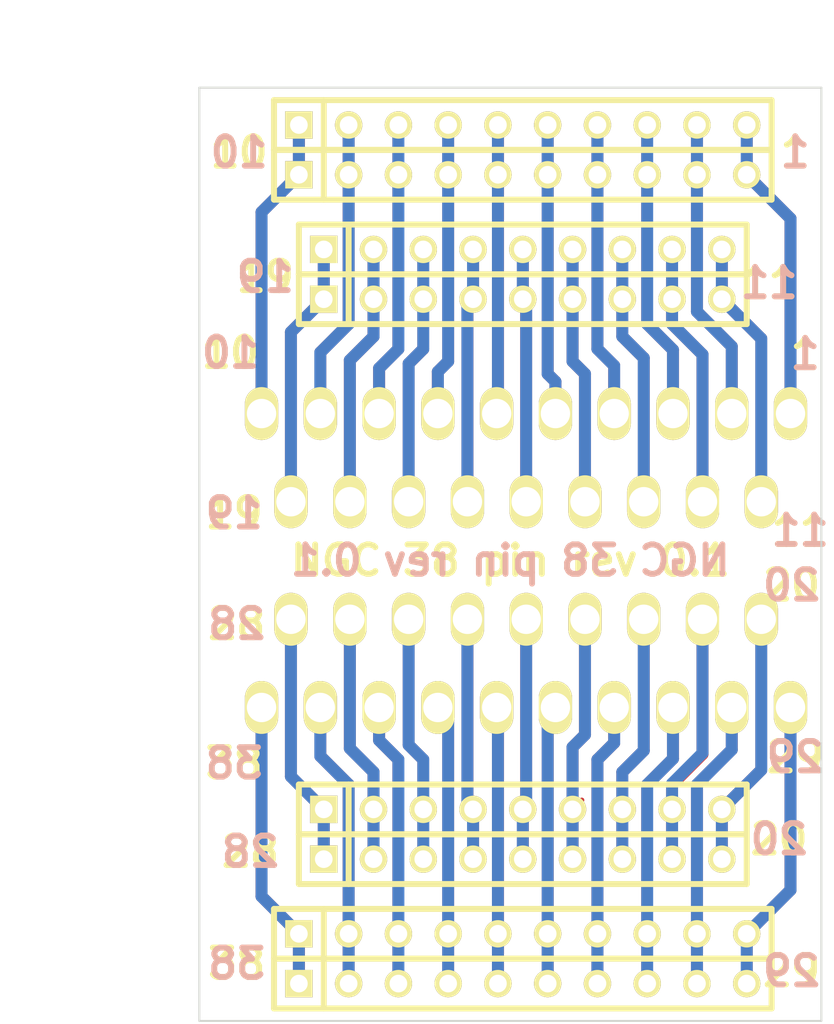
<source format=kicad_pcb>
(kicad_pcb (version 20221018) (generator pcbnew)
  (title_block (title "NGC 38 pin") (rev "R0.1") (company "rusEFI"))
  (layers (0 "F.Cu" signal) (31 "B.Cu" signal) (34 "B.Paste" user) (35 "F.Paste" user) (36 "B.SilkS" user) (37 "F.SilkS" user) (38 "B.Mask" user) (39 "F.Mask" user) (44 "Edge.Cuts" user))
  (net 0 "")
  (net 1 "N-000001")
  (net 2 "N-0000010")
  (net 3 "N-0000011")
  (net 4 "N-0000012")
  (net 5 "N-0000013")
  (net 6 "N-0000014")
  (net 7 "N-0000015")
  (net 8 "N-0000016")
  (net 9 "N-0000017")
  (net 10 "N-0000018")
  (net 11 "N-0000019")
  (net 12 "N-000002")
  (net 13 "N-0000020")
  (net 14 "N-0000021")
  (net 15 "N-0000022")
  (net 16 "N-0000023")
  (net 17 "N-0000024")
  (net 18 "N-0000025")
  (net 19 "N-0000026")
  (net 20 "N-0000027")
  (net 21 "N-0000028")
  (net 22 "N-0000029")
  (net 23 "N-000003")
  (net 24 "N-0000030")
  (net 25 "N-0000031")
  (net 26 "N-0000032")
  (net 27 "N-0000033")
  (net 28 "N-0000034")
  (net 29 "N-0000035")
  (net 30 "N-0000036")
  (net 31 "N-0000037")
  (net 32 "N-0000038")
  (net 33 "N-000004")
  (net 34 "N-000005")
  (net 35 "N-000006")
  (net 36 "N-000007")
  (net 37 "N-000008")
  (net 38 "N-000009")
  (footprint "SIL-10" (layer "F.Cu") (at 163.195 137.16)
    (fp_text reference "P2" hide)
    (fp_text value "CONN_10" hide)
    (fp_line (start -12.7 -1.27) (end 12.7 -1.27) (stroke (width 0.3048)) (layer "F.SilkS"))
    (fp_line (start -12.7 1.27) (end -12.7 -1.27) (stroke (width 0.3048)) (layer "F.SilkS"))
    (fp_line (start -10.16 1.27) (end -10.16 -1.27) (stroke (width 0.3048)) (layer "F.SilkS"))
    (fp_line (start 12.7 -1.27) (end 12.7 1.27) (stroke (width 0.3048)) (layer "F.SilkS"))
    (fp_line (start 12.7 1.27) (end -12.7 1.27) (stroke (width 0.3048)) (layer "F.SilkS"))
    (pad "1" thru_hole rect (at -11.43 0) (size 1.397 1.397) (drill 0.9) (layers "*.Cu" "*.Mask" "F.SilkS") (net 1 "N-000001"))
    (pad "2" thru_hole circle (at -8.89 0) (size 1.397 1.397) (drill 0.9) (layers "*.Cu" "*.Mask" "F.SilkS") (net 12 "N-000002"))
    (pad "3" thru_hole circle (at -6.35 0) (size 1.397 1.397) (drill 0.9) (layers "*.Cu" "*.Mask" "F.SilkS") (net 23 "N-000003"))
    (pad "4" thru_hole circle (at -3.81 0) (size 1.397 1.397) (drill 0.9) (layers "*.Cu" "*.Mask" "F.SilkS") (net 33 "N-000004"))
    (pad "5" thru_hole circle (at -1.27 0) (size 1.397 1.397) (drill 0.9) (layers "*.Cu" "*.Mask" "F.SilkS") (net 34 "N-000005"))
    (pad "6" thru_hole circle (at 1.27 0) (size 1.397 1.397) (drill 0.9) (layers "*.Cu" "*.Mask" "F.SilkS") (net 35 "N-000006"))
    (pad "7" thru_hole circle (at 3.81 0) (size 1.397 1.397) (drill 0.9) (layers "*.Cu" "*.Mask" "F.SilkS") (net 36 "N-000007"))
    (pad "8" thru_hole circle (at 6.35 0) (size 1.397 1.397) (drill 0.9) (layers "*.Cu" "*.Mask" "F.SilkS") (net 37 "N-000008"))
    (pad "9" thru_hole circle (at 8.89 0) (size 1.397 1.397) (drill 0.9) (layers "*.Cu" "*.Mask" "F.SilkS") (net 38 "N-000009"))
    (pad "10" thru_hole circle (at 11.43 0) (size 1.397 1.397) (drill 0.9) (layers "*.Cu" "*.Mask" "F.SilkS") (net 2 "N-0000010"))
  )
  (footprint "SIL-9" (layer "F.Cu") (at 163.195 169.545)
    (fp_text reference "P5" hide)
    (fp_text value "CONN_9" hide)
    (fp_line (start -11.43 1.27) (end -11.43 -1.27) (stroke (width 0.3048)) (layer "F.SilkS"))
    (fp_line (start -8.89 -1.27) (end -8.89 1.27) (stroke (width 0.3048)) (layer "F.SilkS"))
    (fp_line (start 11.43 -1.27) (end -11.43 -1.27) (stroke (width 0.3048)) (layer "F.SilkS"))
    (fp_line (start 11.43 -1.27) (end 11.43 1.27) (stroke (width 0.3048)) (layer "F.SilkS"))
    (fp_line (start 11.43 1.27) (end -11.43 1.27) (stroke (width 0.3048)) (layer "F.SilkS"))
    (pad "1" thru_hole rect (at -10.16 0) (size 1.397 1.397) (drill 0.9) (layers "*.Cu" "*.Mask" "F.SilkS") (net 30 "N-0000036"))
    (pad "2" thru_hole circle (at -7.62 0) (size 1.397 1.397) (drill 0.9) (layers "*.Cu" "*.Mask" "F.SilkS") (net 31 "N-0000037"))
    (pad "3" thru_hole circle (at -5.08 0) (size 1.397 1.397) (drill 0.9) (layers "*.Cu" "*.Mask" "F.SilkS") (net 32 "N-0000038"))
    (pad "4" thru_hole circle (at -2.54 0) (size 1.397 1.397) (drill 0.9) (layers "*.Cu" "*.Mask" "F.SilkS") (net 16 "N-0000023"))
    (pad "5" thru_hole circle (at 0 0) (size 1.397 1.397) (drill 0.9) (layers "*.Cu" "*.Mask" "F.SilkS") (net 4 "N-0000012"))
    (pad "6" thru_hole circle (at 2.54 0) (size 1.397 1.397) (drill 0.9) (layers "*.Cu" "*.Mask" "F.SilkS") (net 5 "N-0000013"))
    (pad "7" thru_hole circle (at 5.08 0) (size 1.397 1.397) (drill 0.9) (layers "*.Cu" "*.Mask" "F.SilkS") (net 6 "N-0000014"))
    (pad "8" thru_hole circle (at 7.62 0) (size 1.397 1.397) (drill 0.9) (layers "*.Cu" "*.Mask" "F.SilkS") (net 7 "N-0000015"))
    (pad "9" thru_hole circle (at 10.16 0) (size 1.397 1.397) (drill 0.9) (layers "*.Cu" "*.Mask" "F.SilkS") (net 8 "N-0000016"))
  )
  (footprint "SIL-9" (layer "F.Cu") (at 163.195 143.51)
    (fp_text reference "P3" hide)
    (fp_text value "CONN_9" hide)
    (fp_line (start -11.43 1.27) (end -11.43 -1.27) (stroke (width 0.3048)) (layer "F.SilkS"))
    (fp_line (start -8.89 -1.27) (end -8.89 1.27) (stroke (width 0.3048)) (layer "F.SilkS"))
    (fp_line (start 11.43 -1.27) (end -11.43 -1.27) (stroke (width 0.3048)) (layer "F.SilkS"))
    (fp_line (start 11.43 -1.27) (end 11.43 1.27) (stroke (width 0.3048)) (layer "F.SilkS"))
    (fp_line (start 11.43 1.27) (end -11.43 1.27) (stroke (width 0.3048)) (layer "F.SilkS"))
    (pad "1" thru_hole rect (at -10.16 0) (size 1.397 1.397) (drill 0.9) (layers "*.Cu" "*.Mask" "F.SilkS") (net 9 "N-0000017"))
    (pad "2" thru_hole circle (at -7.62 0) (size 1.397 1.397) (drill 0.9) (layers "*.Cu" "*.Mask" "F.SilkS") (net 10 "N-0000018"))
    (pad "3" thru_hole circle (at -5.08 0) (size 1.397 1.397) (drill 0.9) (layers "*.Cu" "*.Mask" "F.SilkS") (net 11 "N-0000019"))
    (pad "4" thru_hole circle (at -2.54 0) (size 1.397 1.397) (drill 0.9) (layers "*.Cu" "*.Mask" "F.SilkS") (net 13 "N-0000020"))
    (pad "5" thru_hole circle (at 0 0) (size 1.397 1.397) (drill 0.9) (layers "*.Cu" "*.Mask" "F.SilkS") (net 14 "N-0000021"))
    (pad "6" thru_hole circle (at 2.54 0) (size 1.397 1.397) (drill 0.9) (layers "*.Cu" "*.Mask" "F.SilkS") (net 15 "N-0000022"))
    (pad "7" thru_hole circle (at 5.08 0) (size 1.397 1.397) (drill 0.9) (layers "*.Cu" "*.Mask" "F.SilkS") (net 3 "N-0000011"))
    (pad "8" thru_hole circle (at 7.62 0) (size 1.397 1.397) (drill 0.9) (layers "*.Cu" "*.Mask" "F.SilkS") (net 17 "N-0000024"))
    (pad "9" thru_hole circle (at 10.16 0) (size 1.397 1.397) (drill 0.9) (layers "*.Cu" "*.Mask" "F.SilkS") (net 18 "N-0000025"))
  )
  (footprint "SIL-10" (layer "F.Cu") (at 163.195 175.895)
    (fp_text reference "P4" hide)
    (fp_text value "CONN_10" hide)
    (fp_line (start -12.7 -1.27) (end 12.7 -1.27) (stroke (width 0.3048)) (layer "F.SilkS"))
    (fp_line (start -12.7 1.27) (end -12.7 -1.27) (stroke (width 0.3048)) (layer "F.SilkS"))
    (fp_line (start -10.16 1.27) (end -10.16 -1.27) (stroke (width 0.3048)) (layer "F.SilkS"))
    (fp_line (start 12.7 -1.27) (end 12.7 1.27) (stroke (width 0.3048)) (layer "F.SilkS"))
    (fp_line (start 12.7 1.27) (end -12.7 1.27) (stroke (width 0.3048)) (layer "F.SilkS"))
    (pad "1" thru_hole rect (at -11.43 0) (size 1.397 1.397) (drill 0.9) (layers "*.Cu" "*.Mask" "F.SilkS") (net 20 "N-0000027"))
    (pad "2" thru_hole circle (at -8.89 0) (size 1.397 1.397) (drill 0.9) (layers "*.Cu" "*.Mask" "F.SilkS") (net 21 "N-0000028"))
    (pad "3" thru_hole circle (at -6.35 0) (size 1.397 1.397) (drill 0.9) (layers "*.Cu" "*.Mask" "F.SilkS") (net 19 "N-0000026"))
    (pad "4" thru_hole circle (at -3.81 0) (size 1.397 1.397) (drill 0.9) (layers "*.Cu" "*.Mask" "F.SilkS") (net 22 "N-0000029"))
    (pad "5" thru_hole circle (at -1.27 0) (size 1.397 1.397) (drill 0.9) (layers "*.Cu" "*.Mask" "F.SilkS") (net 24 "N-0000030"))
    (pad "6" thru_hole circle (at 1.27 0) (size 1.397 1.397) (drill 0.9) (layers "*.Cu" "*.Mask" "F.SilkS") (net 25 "N-0000031"))
    (pad "7" thru_hole circle (at 3.81 0) (size 1.397 1.397) (drill 0.9) (layers "*.Cu" "*.Mask" "F.SilkS") (net 26 "N-0000032"))
    (pad "8" thru_hole circle (at 6.35 0) (size 1.397 1.397) (drill 0.9) (layers "*.Cu" "*.Mask" "F.SilkS") (net 27 "N-0000033"))
    (pad "9" thru_hole circle (at 8.89 0) (size 1.397 1.397) (drill 0.9) (layers "*.Cu" "*.Mask" "F.SilkS") (net 28 "N-0000034"))
    (pad "10" thru_hole circle (at 11.43 0) (size 1.397 1.397) (drill 0.9) (layers "*.Cu" "*.Mask" "F.SilkS") (net 29 "N-0000035"))
  )
  (footprint "SIL-10" (layer "F.Cu") (at 163.195 178.435)
    (fp_text reference "P9" hide)
    (fp_text value "CONN_10" hide)
    (fp_line (start -12.7 -1.27) (end 12.7 -1.27) (stroke (width 0.3048)) (layer "F.SilkS"))
    (fp_line (start -12.7 1.27) (end -12.7 -1.27) (stroke (width 0.3048)) (layer "F.SilkS"))
    (fp_line (start -10.16 1.27) (end -10.16 -1.27) (stroke (width 0.3048)) (layer "F.SilkS"))
    (fp_line (start 12.7 -1.27) (end 12.7 1.27) (stroke (width 0.3048)) (layer "F.SilkS"))
    (fp_line (start 12.7 1.27) (end -12.7 1.27) (stroke (width 0.3048)) (layer "F.SilkS"))
    (pad "1" thru_hole rect (at -11.43 0) (size 1.397 1.397) (drill 0.9) (layers "*.Cu" "*.Mask" "F.SilkS") (net 20 "N-0000027"))
    (pad "2" thru_hole circle (at -8.89 0) (size 1.397 1.397) (drill 0.9) (layers "*.Cu" "*.Mask" "F.SilkS") (net 21 "N-0000028"))
    (pad "3" thru_hole circle (at -6.35 0) (size 1.397 1.397) (drill 0.9) (layers "*.Cu" "*.Mask" "F.SilkS") (net 19 "N-0000026"))
    (pad "4" thru_hole circle (at -3.81 0) (size 1.397 1.397) (drill 0.9) (layers "*.Cu" "*.Mask" "F.SilkS") (net 22 "N-0000029"))
    (pad "5" thru_hole circle (at -1.27 0) (size 1.397 1.397) (drill 0.9) (layers "*.Cu" "*.Mask" "F.SilkS") (net 24 "N-0000030"))
    (pad "6" thru_hole circle (at 1.27 0) (size 1.397 1.397) (drill 0.9) (layers "*.Cu" "*.Mask" "F.SilkS") (net 25 "N-0000031"))
    (pad "7" thru_hole circle (at 3.81 0) (size 1.397 1.397) (drill 0.9) (layers "*.Cu" "*.Mask" "F.SilkS") (net 26 "N-0000032"))
    (pad "8" thru_hole circle (at 6.35 0) (size 1.397 1.397) (drill 0.9) (layers "*.Cu" "*.Mask" "F.SilkS") (net 27 "N-0000033"))
    (pad "9" thru_hole circle (at 8.89 0) (size 1.397 1.397) (drill 0.9) (layers "*.Cu" "*.Mask" "F.SilkS") (net 28 "N-0000034"))
    (pad "10" thru_hole circle (at 11.43 0) (size 1.397 1.397) (drill 0.9) (layers "*.Cu" "*.Mask" "F.SilkS") (net 29 "N-0000035"))
  )
  (footprint "SIL-9" (layer "F.Cu") (at 163.195 140.97)
    (fp_text reference "P7" hide)
    (fp_text value "CONN_9" hide)
    (fp_line (start -11.43 1.27) (end -11.43 -1.27) (stroke (width 0.3048)) (layer "F.SilkS"))
    (fp_line (start -8.89 -1.27) (end -8.89 1.27) (stroke (width 0.3048)) (layer "F.SilkS"))
    (fp_line (start 11.43 -1.27) (end -11.43 -1.27) (stroke (width 0.3048)) (layer "F.SilkS"))
    (fp_line (start 11.43 -1.27) (end 11.43 1.27) (stroke (width 0.3048)) (layer "F.SilkS"))
    (fp_line (start 11.43 1.27) (end -11.43 1.27) (stroke (width 0.3048)) (layer "F.SilkS"))
    (pad "1" thru_hole rect (at -10.16 0) (size 1.397 1.397) (drill 0.9) (layers "*.Cu" "*.Mask" "F.SilkS") (net 9 "N-0000017"))
    (pad "2" thru_hole circle (at -7.62 0) (size 1.397 1.397) (drill 0.9) (layers "*.Cu" "*.Mask" "F.SilkS") (net 10 "N-0000018"))
    (pad "3" thru_hole circle (at -5.08 0) (size 1.397 1.397) (drill 0.9) (layers "*.Cu" "*.Mask" "F.SilkS") (net 11 "N-0000019"))
    (pad "4" thru_hole circle (at -2.54 0) (size 1.397 1.397) (drill 0.9) (layers "*.Cu" "*.Mask" "F.SilkS") (net 13 "N-0000020"))
    (pad "5" thru_hole circle (at 0 0) (size 1.397 1.397) (drill 0.9) (layers "*.Cu" "*.Mask" "F.SilkS") (net 14 "N-0000021"))
    (pad "6" thru_hole circle (at 2.54 0) (size 1.397 1.397) (drill 0.9) (layers "*.Cu" "*.Mask" "F.SilkS") (net 15 "N-0000022"))
    (pad "7" thru_hole circle (at 5.08 0) (size 1.397 1.397) (drill 0.9) (layers "*.Cu" "*.Mask" "F.SilkS") (net 3 "N-0000011"))
    (pad "8" thru_hole circle (at 7.62 0) (size 1.397 1.397) (drill 0.9) (layers "*.Cu" "*.Mask" "F.SilkS") (net 17 "N-0000024"))
    (pad "9" thru_hole circle (at 10.16 0) (size 1.397 1.397) (drill 0.9) (layers "*.Cu" "*.Mask" "F.SilkS") (net 18 "N-0000025"))
  )
  (footprint "SIL-9" (layer "F.Cu") (at 163.195 172.085)
    (fp_text reference "P8" hide)
    (fp_text value "CONN_9" hide)
    (fp_line (start -11.43 1.27) (end -11.43 -1.27) (stroke (width 0.3048)) (layer "F.SilkS"))
    (fp_line (start -8.89 -1.27) (end -8.89 1.27) (stroke (width 0.3048)) (layer "F.SilkS"))
    (fp_line (start 11.43 -1.27) (end -11.43 -1.27) (stroke (width 0.3048)) (layer "F.SilkS"))
    (fp_line (start 11.43 -1.27) (end 11.43 1.27) (stroke (width 0.3048)) (layer "F.SilkS"))
    (fp_line (start 11.43 1.27) (end -11.43 1.27) (stroke (width 0.3048)) (layer "F.SilkS"))
    (pad "1" thru_hole rect (at -10.16 0) (size 1.397 1.397) (drill 0.9) (layers "*.Cu" "*.Mask" "F.SilkS") (net 30 "N-0000036"))
    (pad "2" thru_hole circle (at -7.62 0) (size 1.397 1.397) (drill 0.9) (layers "*.Cu" "*.Mask" "F.SilkS") (net 31 "N-0000037"))
    (pad "3" thru_hole circle (at -5.08 0) (size 1.397 1.397) (drill 0.9) (layers "*.Cu" "*.Mask" "F.SilkS") (net 32 "N-0000038"))
    (pad "4" thru_hole circle (at -2.54 0) (size 1.397 1.397) (drill 0.9) (layers "*.Cu" "*.Mask" "F.SilkS") (net 16 "N-0000023"))
    (pad "5" thru_hole circle (at 0 0) (size 1.397 1.397) (drill 0.9) (layers "*.Cu" "*.Mask" "F.SilkS") (net 4 "N-0000012"))
    (pad "6" thru_hole circle (at 2.54 0) (size 1.397 1.397) (drill 0.9) (layers "*.Cu" "*.Mask" "F.SilkS") (net 5 "N-0000013"))
    (pad "7" thru_hole circle (at 5.08 0) (size 1.397 1.397) (drill 0.9) (layers "*.Cu" "*.Mask" "F.SilkS") (net 6 "N-0000014"))
    (pad "8" thru_hole circle (at 7.62 0) (size 1.397 1.397) (drill 0.9) (layers "*.Cu" "*.Mask" "F.SilkS") (net 7 "N-0000015"))
    (pad "9" thru_hole circle (at 10.16 0) (size 1.397 1.397) (drill 0.9) (layers "*.Cu" "*.Mask" "F.SilkS") (net 8 "N-0000016"))
  )
  (footprint "SIL-10" (layer "F.Cu") (at 163.195 134.62)
    (fp_text reference "P6" hide)
    (fp_text value "CONN_10" hide)
    (fp_line (start -12.7 -1.27) (end 12.7 -1.27) (stroke (width 0.3048)) (layer "F.SilkS"))
    (fp_line (start -12.7 1.27) (end -12.7 -1.27) (stroke (width 0.3048)) (layer "F.SilkS"))
    (fp_line (start -10.16 1.27) (end -10.16 -1.27) (stroke (width 0.3048)) (layer "F.SilkS"))
    (fp_line (start 12.7 -1.27) (end 12.7 1.27) (stroke (width 0.3048)) (layer "F.SilkS"))
    (fp_line (start 12.7 1.27) (end -12.7 1.27) (stroke (width 0.3048)) (layer "F.SilkS"))
    (pad "1" thru_hole rect (at -11.43 0) (size 1.397 1.397) (drill 0.9) (layers "*.Cu" "*.Mask" "F.SilkS") (net 1 "N-000001"))
    (pad "2" thru_hole circle (at -8.89 0) (size 1.397 1.397) (drill 0.9) (layers "*.Cu" "*.Mask" "F.SilkS") (net 12 "N-000002"))
    (pad "3" thru_hole circle (at -6.35 0) (size 1.397 1.397) (drill 0.9) (layers "*.Cu" "*.Mask" "F.SilkS") (net 23 "N-000003"))
    (pad "4" thru_hole circle (at -3.81 0) (size 1.397 1.397) (drill 0.9) (layers "*.Cu" "*.Mask" "F.SilkS") (net 33 "N-000004"))
    (pad "5" thru_hole circle (at -1.27 0) (size 1.397 1.397) (drill 0.9) (layers "*.Cu" "*.Mask" "F.SilkS") (net 34 "N-000005"))
    (pad "6" thru_hole circle (at 1.27 0) (size 1.397 1.397) (drill 0.9) (layers "*.Cu" "*.Mask" "F.SilkS") (net 35 "N-000006"))
    (pad "7" thru_hole circle (at 3.81 0) (size 1.397 1.397) (drill 0.9) (layers "*.Cu" "*.Mask" "F.SilkS") (net 36 "N-000007"))
    (pad "8" thru_hole circle (at 6.35 0) (size 1.397 1.397) (drill 0.9) (layers "*.Cu" "*.Mask" "F.SilkS") (net 37 "N-000008"))
    (pad "9" thru_hole circle (at 8.89 0) (size 1.397 1.397) (drill 0.9) (layers "*.Cu" "*.Mask" "F.SilkS") (net 38 "N-000009"))
    (pad "10" thru_hole circle (at 11.43 0) (size 1.397 1.397) (drill 0.9) (layers "*.Cu" "*.Mask" "F.SilkS") (net 2 "N-0000010"))
  )
  (footprint "PCM_C1" (layer "F.Cu") (at 149.86 156.845)
    (fp_text reference "P1" hide)
    (fp_text value "DIL38" hide)
    (pad "1" thru_hole oval (at 0 -7.5) (size 1.7 2.7) (drill 1.5) (layers "*.Cu" "*.Mask" "F.SilkS") (net 1 "N-000001"))
    (pad "2" thru_hole oval (at 3 -7.5) (size 1.7 2.7) (drill 1.5) (layers "*.Cu" "*.Mask" "F.SilkS") (net 12 "N-000002"))
    (pad "3" thru_hole oval (at 6 -7.5) (size 1.7 2.7) (drill 1.5) (layers "*.Cu" "*.Mask" "F.SilkS") (net 23 "N-000003"))
    (pad "4" thru_hole oval (at 9 -7.5) (size 1.7 2.7) (drill 1.5) (layers "*.Cu" "*.Mask" "F.SilkS") (net 33 "N-000004"))
    (pad "5" thru_hole oval (at 12 -7.5) (size 1.7 2.7) (drill 1.5) (layers "*.Cu" "*.Mask" "F.SilkS") (net 34 "N-000005"))
    (pad "6" thru_hole oval (at 15 -7.5) (size 1.7 2.7) (drill 1.5) (layers "*.Cu" "*.Mask" "F.SilkS") (net 35 "N-000006"))
    (pad "7" thru_hole oval (at 18 -7.5) (size 1.7 2.7) (drill 1.5) (layers "*.Cu" "*.Mask" "F.SilkS") (net 36 "N-000007"))
    (pad "8" thru_hole oval (at 21 -7.5) (size 1.7 2.7) (drill 1.5) (layers "*.Cu" "*.Mask" "F.SilkS") (net 37 "N-000008"))
    (pad "9" thru_hole oval (at 24 -7.5) (size 1.7 2.7) (drill 1.5) (layers "*.Cu" "*.Mask" "F.SilkS") (net 38 "N-000009"))
    (pad "10" thru_hole oval (at 27 -7.5) (size 1.7 2.7) (drill 1.5) (layers "*.Cu" "*.Mask" "F.SilkS") (net 2 "N-0000010"))
    (pad "11" thru_hole oval (at 1.5 -3) (size 1.7 2.7) (drill 1.5) (layers "*.Cu" "*.Mask" "F.SilkS") (net 9 "N-0000017"))
    (pad "12" thru_hole oval (at 4.508 -3) (size 1.7 2.7) (drill 1.5) (layers "*.Cu" "*.Mask" "F.SilkS") (net 10 "N-0000018"))
    (pad "13" thru_hole oval (at 7.508 -3) (size 1.7 2.7) (drill 1.5) (layers "*.Cu" "*.Mask" "F.SilkS") (net 11 "N-0000019"))
    (pad "14" thru_hole oval (at 10.508 -3) (size 1.7 2.7) (drill 1.5) (layers "*.Cu" "*.Mask" "F.SilkS") (net 13 "N-0000020"))
    (pad "15" thru_hole oval (at 13.508 -3) (size 1.7 2.7) (drill 1.5) (layers "*.Cu" "*.Mask" "F.SilkS") (net 14 "N-0000021"))
    (pad "16" thru_hole oval (at 16.508 -3) (size 1.7 2.7) (drill 1.5) (layers "*.Cu" "*.Mask" "F.SilkS") (net 15 "N-0000022"))
    (pad "17" thru_hole oval (at 19.508 -3) (size 1.7 2.7) (drill 1.5) (layers "*.Cu" "*.Mask" "F.SilkS") (net 3 "N-0000011"))
    (pad "18" thru_hole oval (at 22.508 -3) (size 1.7 2.7) (drill 1.5) (layers "*.Cu" "*.Mask" "F.SilkS") (net 17 "N-0000024"))
    (pad "19" thru_hole oval (at 25.508 -3) (size 1.7 2.7) (drill 1.5) (layers "*.Cu" "*.Mask" "F.SilkS") (net 18 "N-0000025"))
    (pad "20" thru_hole oval (at 1.5 3) (size 1.7 2.7) (drill 1.5) (layers "*.Cu" "*.Mask" "F.SilkS") (net 30 "N-0000036"))
    (pad "21" thru_hole oval (at 4.508 3) (size 1.7 2.7) (drill 1.5) (layers "*.Cu" "*.Mask" "F.SilkS") (net 31 "N-0000037"))
    (pad "22" thru_hole oval (at 7.508 3) (size 1.7 2.7) (drill 1.5) (layers "*.Cu" "*.Mask" "F.SilkS") (net 32 "N-0000038"))
    (pad "23" thru_hole oval (at 10.508 3) (size 1.7 2.7) (drill 1.5) (layers "*.Cu" "*.Mask" "F.SilkS") (net 16 "N-0000023"))
    (pad "24" thru_hole oval (at 13.508 3) (size 1.7 2.7) (drill 1.5) (layers "*.Cu" "*.Mask" "F.SilkS") (net 4 "N-0000012"))
    (pad "25" thru_hole oval (at 16.508 3) (size 1.7 2.7) (drill 1.5) (layers "*.Cu" "*.Mask" "F.SilkS") (net 5 "N-0000013"))
    (pad "26" thru_hole oval (at 19.508 3) (size 1.7 2.7) (drill 1.5) (layers "*.Cu" "*.Mask" "F.SilkS") (net 6 "N-0000014"))
    (pad "27" thru_hole oval (at 22.508 3) (size 1.7 2.7) (drill 1.5) (layers "*.Cu" "*.Mask" "F.SilkS") (net 7 "N-0000015"))
    (pad "28" thru_hole oval (at 25.508 3) (size 1.7 2.7) (drill 1.5) (layers "*.Cu" "*.Mask" "F.SilkS") (net 8 "N-0000016"))
    (pad "29" thru_hole oval (at 0 7.5) (size 1.7 2.7) (drill 1.5) (layers "*.Cu" "*.Mask" "F.SilkS") (net 20 "N-0000027"))
    (pad "30" thru_hole oval (at 3 7.5) (size 1.7 2.7) (drill 1.5) (layers "*.Cu" "*.Mask" "F.SilkS") (net 21 "N-0000028"))
    (pad "31" thru_hole oval (at 6 7.5) (size 1.7 2.7) (drill 1.5) (layers "*.Cu" "*.Mask" "F.SilkS") (net 19 "N-0000026"))
    (pad "32" thru_hole oval (at 9 7.5) (size 1.7 2.7) (drill 1.5) (layers "*.Cu" "*.Mask" "F.SilkS") (net 22 "N-0000029"))
    (pad "33" thru_hole oval (at 12 7.5) (size 1.7 2.7) (drill 1.5) (layers "*.Cu" "*.Mask" "F.SilkS") (net 24 "N-0000030"))
    (pad "34" thru_hole oval (at 15 7.5) (size 1.7 2.7) (drill 1.5) (layers "*.Cu" "*.Mask" "F.SilkS") (net 25 "N-0000031"))
    (pad "35" thru_hole oval (at 18 7.5) (size 1.7 2.7) (drill 1.5) (layers "*.Cu" "*.Mask" "F.SilkS") (net 26 "N-0000032"))
    (pad "36" thru_hole oval (at 21 7.5) (size 1.7 2.7) (drill 1.5) (layers "*.Cu" "*.Mask" "F.SilkS") (net 27 "N-0000033"))
    (pad "37" thru_hole oval (at 24 7.5) (size 1.7 2.7) (drill 1.5) (layers "*.Cu" "*.Mask" "F.SilkS") (net 28 "N-0000034"))
    (pad "38" thru_hole oval (at 27 7.5) (size 1.7 2.7) (drill 1.5) (layers "*.Cu" "*.Mask" "F.SilkS") (net 29 "N-0000035"))
  )
  (gr_line (start 178.435 180.34) (end 146.685 180.34) (stroke (width 0.1)) (layer "Edge.Cuts"))
  (gr_line (start 178.435 132.715) (end 146.685 132.715) (stroke (width 0.1)) (layer "Edge.Cuts"))
  (gr_line (start 178.435 180.34) (end 178.435 132.715) (stroke (width 0.1)) (layer "Edge.Cuts"))
  (gr_line (start 146.685 180.34) (end 146.685 132.715) (stroke (width 0.1)) (layer "Edge.Cuts"))
  (gr_text "11" (at 175.768 142.6845) (layer "B.SilkS") (effects (font (size 1.5 1.5) (thickness 0.3)) (justify mirror)))
  (gr_text "29" (at 176.911 177.8) (layer "B.SilkS") (effects (font (size 1.5 1.5) (thickness 0.3)) (justify mirror)))
  (gr_text "19" (at 150.0505 142.367) (layer "B.SilkS") (effects (font (size 1.5 1.5) (thickness 0.3)) (justify mirror)))
  (gr_text "10" (at 148.717 136.017) (layer "B.SilkS") (effects (font (size 1.5 1.5) (thickness 0.3)) (justify mirror)))
  (gr_text "29" (at 177.1015 166.878) (layer "B.SilkS") (effects (font (size 1.5 1.5) (thickness 0.3)) (justify mirror)))
  (gr_text "10" (at 148.2725 146.2405) (layer "B.SilkS") (effects (font (size 1.5 1.5) (thickness 0.3)) (justify mirror)))
  (gr_text "28" (at 148.59 160.0835) (layer "B.SilkS") (effects (font (size 1.5 1.5) (thickness 0.3)) (justify mirror)))
  (gr_text "20" (at 176.911 158.115) (layer "B.SilkS") (effects (font (size 1.5 1.5) (thickness 0.3)) (justify mirror)))
  (gr_text "NGC 38 pin rev 0.1" (at 162.56 156.845) (layer "B.SilkS") (effects (font (size 1.5 1.5) (thickness 0.3)) (justify mirror)))
  (gr_text "28" (at 149.2885 171.704) (layer "B.SilkS") (effects (font (size 1.5 1.5) (thickness 0.3)) (justify mirror)))
  (gr_text "20" (at 176.276 171.069) (layer "B.SilkS") (effects (font (size 1.5 1.5) (thickness 0.3)) (justify mirror)))
  (gr_text "1" (at 177.6095 146.304) (layer "B.SilkS") (effects (font (size 1.5 1.5) (thickness 0.3)) (justify mirror)))
  (gr_text "11" (at 177.3555 155.321) (layer "B.SilkS") (effects (font (size 1.5 1.5) (thickness 0.3)) (justify mirror)))
  (gr_text "1" (at 177.1015 136.017) (layer "B.SilkS") (effects (font (size 1.5 1.5) (thickness 0.3)) (justify mirror)))
  (gr_text "19" (at 148.463 154.432) (layer "B.SilkS") (effects (font (size 1.5 1.5) (thickness 0.3)) (justify mirror)))
  (gr_text "38" (at 148.59 177.419) (layer "B.SilkS") (effects (font (size 1.5 1.5) (thickness 0.3)) (justify mirror)))
  (gr_text "38" (at 148.463 167.1955) (layer "B.SilkS") (effects (font (size 1.5 1.5) (thickness 0.3)) (justify mirror)))
  (gr_text "28" (at 148.59 160.0835) (layer "F.SilkS") (effects (font (size 1.5 1.5) (thickness 0.3))))
  (gr_text "11" (at 177.3555 155.321) (layer "F.SilkS") (effects (font (size 1.5 1.5) (thickness 0.3))))
  (gr_text "38" (at 148.463 167.1955) (layer "F.SilkS") (effects (font (size 1.5 1.5) (thickness 0.3))))
  (gr_text "20" (at 176.276 171.069) (layer "F.SilkS") (effects (font (size 1.5 1.5) (thickness 0.3))))
  (gr_text "1" (at 177.1015 136.017) (layer "F.SilkS") (effects (font (size 1.5 1.5) (thickness 0.3))))
  (gr_text "11" (at 175.768 142.6845) (layer "F.SilkS") (effects (font (size 1.5 1.5) (thickness 0.3))))
  (gr_text "29" (at 176.911 177.8) (layer "F.SilkS") (effects (font (size 1.5 1.5) (thickness 0.3))))
  (gr_text "28" (at 149.2885 171.704) (layer "F.SilkS") (effects (font (size 1.5 1.5) (thickness 0.3))))
  (gr_text "19" (at 150.0505 142.367) (layer "F.SilkS") (effects (font (size 1.5 1.5) (thickness 0.3))))
  (gr_text "10" (at 148.2725 146.2405) (layer "F.SilkS") (effects (font (size 1.5 1.5) (thickness 0.3))))
  (gr_text "1" (at 177.6095 146.304) (layer "F.SilkS") (effects (font (size 1.5 1.5) (thickness 0.3))))
  (gr_text "38" (at 148.59 177.419) (layer "F.SilkS") (effects (font (size 1.5 1.5) (thickness 0.3))))
  (gr_text "20" (at 176.911 158.115) (layer "F.SilkS") (effects (font (size 1.5 1.5) (thickness 0.3))))
  (gr_text "19" (at 148.463 154.432) (layer "F.SilkS") (effects (font (size 1.5 1.5) (thickness 0.3))))
  (gr_text "NGC 38 pin rev 0.1" (at 162.56 156.845) (layer "F.SilkS") (effects (font (size 1.5 1.5) (thickness 0.3))))
  (gr_text "10" (at 148.717 136.017) (layer "F.SilkS") (effects (font (size 1.5 1.5) (thickness 0.3))))
  (gr_text "29" (at 177.1015 166.878) (layer "F.SilkS") (effects (font (size 1.5 1.5) (thickness 0.3))))
  (segment (start 149.86 139.065) (end 151.765 137.16) (width 0.6096) (layer "F.Cu") (net 1))
  (segment (start 149.86 149.345) (end 149.86 139.065) (width 0.6096) (layer "F.Cu") (net 1))
  (segment (start 151.765 134.62) (end 151.765 137.16) (width 0.6096) (layer "F.Cu") (net 1))
  (segment (start 149.86 139.065) (end 151.765 137.16) (width 0.6096) (layer "B.Cu") (net 1))
  (segment (start 151.765 134.62) (end 151.765 137.16) (width 0.6096) (layer "B.Cu") (net 1))
  (segment (start 149.86 149.345) (end 149.86 139.065) (width 0.6096) (layer "B.Cu") (net 1))
  (segment (start 176.86 139.395) (end 174.625 137.16) (width 0.6096) (layer "F.Cu") (net 2))
  (segment (start 176.86 149.345) (end 176.86 139.395) (width 0.6096) (layer "F.Cu") (net 2))
  (segment (start 174.625 134.62) (end 174.625 137.16) (width 0.6096) (layer "F.Cu") (net 2))
  (segment (start 176.86 139.395) (end 174.625 137.16) (width 0.6096) (layer "B.Cu") (net 2))
  (segment (start 174.625 134.62) (end 174.625 137.16) (width 0.6096) (layer "B.Cu") (net 2))
  (segment (start 176.86 149.345) (end 176.86 139.395) (width 0.6096) (layer "B.Cu") (net 2))
  (segment (start 169.368 146.508) (end 168.275 145.415) (width 0.6096) (layer "F.Cu") (net 3))
  (segment (start 168.275 145.415) (end 168.275 143.51) (width 0.6096) (layer "F.Cu") (net 3))
  (segment (start 168.275 143.51) (end 168.275 140.97) (width 0.6096) (layer "F.Cu") (net 3))
  (segment (start 169.368 153.845) (end 169.368 146.508) (width 0.6096) (layer "F.Cu") (net 3))
  (segment (start 169.368 146.508) (end 168.275 145.415) (width 0.6096) (layer "B.Cu") (net 3))
  (segment (start 168.275 145.415) (end 168.275 143.51) (width 0.6096) (layer "B.Cu") (net 3))
  (segment (start 169.368 153.845) (end 169.368 146.508) (width 0.6096) (layer "B.Cu") (net 3))
  (segment (start 168.275 140.97) (end 168.275 143.51) (width 0.6096) (layer "B.Cu") (net 3))
  (segment (start 163.208 169.532) (end 163.195 169.545) (width 0.254) (layer "F.Cu") (net 4))
  (segment (start 163.368 169.372) (end 163.195 169.545) (width 0.6096) (layer "F.Cu") (net 4))
  (segment (start 163.368 159.845) (end 163.368 169.372) (width 0.6096) (layer "F.Cu") (net 4))
  (segment (start 163.195 172.085) (end 163.195 169.545) (width 0.6096) (layer "F.Cu") (net 4))
  (segment (start 163.368 169.372) (end 163.195 169.545) (width 0.6096) (layer "B.Cu") (net 4))
  (segment (start 163.368 159.845) (end 163.368 169.372) (width 0.6096) (layer "B.Cu") (net 4))
  (segment (start 163.195 172.085) (end 163.195 169.545) (width 0.6096) (layer "B.Cu") (net 4))
  (segment (start 166.208 169.072) (end 165.735 169.545) (width 0.254) (layer "F.Cu") (net 5))
  (segment (start 166.368 165.737) (end 165.735 166.37) (width 0.6096) (layer "F.Cu") (net 5))
  (segment (start 165.735 166.37) (end 165.735 169.545) (width 0.6096) (layer "F.Cu") (net 5))
  (segment (start 166.368 159.845) (end 166.368 165.737) (width 0.6096) (layer "F.Cu") (net 5))
  (segment (start 165.735 172.085) (end 165.735 169.545) (width 0.6096) (layer "F.Cu") (net 5))
  (segment (start 166.368 165.737) (end 165.735 166.37) (width 0.6096) (layer "B.Cu") (net 5))
  (segment (start 165.735 166.37) (end 165.735 169.545) (width 0.6096) (layer "B.Cu") (net 5))
  (segment (start 165.735 172.085) (end 165.735 169.545) (width 0.6096) (layer "B.Cu") (net 5))
  (segment (start 166.368 159.845) (end 166.368 165.737) (width 0.6096) (layer "B.Cu") (net 5))
  (segment (start 169.368 166.547) (end 168.275 167.64) (width 0.6096) (layer "F.Cu") (net 6))
  (segment (start 168.275 167.64) (end 168.275 169.545) (width 0.6096) (layer "F.Cu") (net 6))
  (segment (start 169.368 159.845) (end 169.368 166.547) (width 0.6096) (layer "F.Cu") (net 6))
  (segment (start 168.275 172.085) (end 168.275 169.545) (width 0.6096) (layer "F.Cu") (net 6))
  (segment (start 169.368 166.547) (end 168.275 167.64) (width 0.6096) (layer "B.Cu") (net 6))
  (segment (start 168.275 167.64) (end 168.275 169.545) (width 0.6096) (layer "B.Cu") (net 6))
  (segment (start 168.275 172.085) (end 168.275 169.545) (width 0.6096) (layer "B.Cu") (net 6))
  (segment (start 169.368 159.845) (end 169.368 166.547) (width 0.6096) (layer "B.Cu") (net 6))
  (segment (start 172.368 166.722) (end 170.815 168.275) (width 0.6096) (layer "F.Cu") (net 7))
  (segment (start 170.815 168.275) (end 170.815 169.545) (width 0.6096) (layer "F.Cu") (net 7))
  (segment (start 170.815 172.085) (end 170.815 169.545) (width 0.6096) (layer "F.Cu") (net 7))
  (segment (start 172.368 159.845) (end 172.368 166.722) (width 0.6096) (layer "F.Cu") (net 7))
  (segment (start 172.368 166.673318) (end 170.815 168.226318) (width 0.6096) (layer "B.Cu") (net 7))
  (segment (start 170.815 168.226318) (end 170.815 169.545) (width 0.6096) (layer "B.Cu") (net 7))
  (segment (start 170.815 172.085) (end 170.815 169.545) (width 0.6096) (layer "B.Cu") (net 7))
  (segment (start 172.368 159.845) (end 172.368 166.673318) (width 0.6096) (layer "B.Cu") (net 7))
  (segment (start 175.368 167.532) (end 173.355 169.545) (width 0.6096) (layer "F.Cu") (net 8))
  (segment (start 173.355 172.085) (end 173.355 169.545) (width 0.6096) (layer "F.Cu") (net 8))
  (segment (start 175.368 159.845) (end 175.368 167.532) (width 0.6096) (layer "F.Cu") (net 8))
  (segment (start 175.368 167.532) (end 173.355 169.545) (width 0.6096) (layer "B.Cu") (net 8))
  (segment (start 175.368 159.845) (end 175.368 167.532) (width 0.6096) (layer "B.Cu") (net 8))
  (segment (start 173.355 172.085) (end 173.355 169.545) (width 0.6096) (layer "B.Cu") (net 8))
  (segment (start 151.36 145.185) (end 153.035 143.51) (width 0.6096) (layer "F.Cu") (net 9))
  (segment (start 151.36 153.845) (end 151.36 145.185) (width 0.6096) (layer "F.Cu") (net 9))
  (segment (start 153.035 143.51) (end 153.035 140.97) (width 0.6096) (layer "F.Cu") (net 9))
  (segment (start 151.36 145.185) (end 153.035 143.51) (width 0.6096) (layer "B.Cu") (net 9))
  (segment (start 153.035 140.97) (end 153.035 143.51) (width 0.6096) (layer "B.Cu") (net 9))
  (segment (start 151.36 153.845) (end 151.36 145.185) (width 0.6096) (layer "B.Cu") (net 9))
  (segment (start 154.368 146.622) (end 155.575 145.415) (width 0.6096) (layer "F.Cu") (net 10))
  (segment (start 155.575 145.415) (end 155.575 143.51) (width 0.6096) (layer "F.Cu") (net 10))
  (segment (start 154.368 153.845) (end 154.368 146.622) (width 0.6096) (layer "F.Cu") (net 10))
  (segment (start 155.575 143.51) (end 155.575 140.97) (width 0.6096) (layer "F.Cu") (net 10))
  (segment (start 154.368 146.622) (end 155.575 145.415) (width 0.6096) (layer "B.Cu") (net 10))
  (segment (start 155.575 145.415) (end 155.575 143.51) (width 0.6096) (layer "B.Cu") (net 10))
  (segment (start 155.575 140.97) (end 155.575 143.51) (width 0.6096) (layer "B.Cu") (net 10))
  (segment (start 154.368 153.845) (end 154.368 146.622) (width 0.6096) (layer "B.Cu") (net 10))
  (segment (start 157.368 146.797) (end 158.115 146.05) (width 0.6096) (layer "F.Cu") (net 11))
  (segment (start 158.115 146.05) (end 158.115 143.51) (width 0.6096) (layer "F.Cu") (net 11))
  (segment (start 158.115 143.51) (end 158.115 140.97) (width 0.6096) (layer "F.Cu") (net 11))
  (segment (start 157.368 153.845) (end 157.368 146.797) (width 0.6096) (layer "F.Cu") (net 11))
  (segment (start 157.368 146.797) (end 158.115 146.05) (width 0.6096) (layer "B.Cu") (net 11))
  (segment (start 158.115 146.05) (end 158.115 143.51) (width 0.6096) (layer "B.Cu") (net 11))
  (segment (start 157.368 153.845) (end 157.368 146.797) (width 0.6096) (layer "B.Cu") (net 11))
  (segment (start 158.115 140.97) (end 158.115 143.51) (width 0.6096) (layer "B.Cu") (net 11))
  (segment (start 154.305 144.78) (end 152.86 146.225) (width 0.6096) (layer "F.Cu") (net 12))
  (segment (start 152.86 146.225) (end 152.86 149.345) (width 0.6096) (layer "F.Cu") (net 12))
  (segment (start 154.305 137.16) (end 154.305 144.78) (width 0.6096) (layer "F.Cu") (net 12))
  (segment (start 154.305 134.62) (end 154.305 137.16) (width 0.6096) (layer "F.Cu") (net 12))
  (segment (start 154.305 144.78) (end 152.86 146.225) (width 0.6096) (layer "B.Cu") (net 12))
  (segment (start 152.86 146.225) (end 152.86 149.345) (width 0.6096) (layer "B.Cu") (net 12))
  (segment (start 154.305 137.16) (end 154.305 144.78) (width 0.6096) (layer "B.Cu") (net 12))
  (segment (start 154.305 134.62) (end 154.305 137.16) (width 0.6096) (layer "B.Cu") (net 12))
  (segment (start 160.368 143.797) (end 160.655 143.51) (width 0.6096) (layer "F.Cu") (net 13))
  (segment (start 160.655 143.51) (end 160.655 140.97) (width 0.6096) (layer "F.Cu") (net 13))
  (segment (start 160.368 153.845) (end 160.368 143.797) (width 0.6096) (layer "F.Cu") (net 13))
  (segment (start 160.368 143.797) (end 160.655 143.51) (width 0.6096) (layer "B.Cu") (net 13))
  (segment (start 160.368 153.845) (end 160.368 143.797) (width 0.6096) (layer "B.Cu") (net 13))
  (segment (start 160.655 140.97) (end 160.655 143.51) (width 0.6096) (layer "B.Cu") (net 13))
  (segment (start 163.208 143.523) (end 163.195 143.51) (width 0.254) (layer "F.Cu") (net 14))
  (segment (start 163.368 143.683) (end 163.195 143.51) (width 0.6096) (layer "F.Cu") (net 14))
  (segment (start 163.195 143.51) (end 163.195 140.97) (width 0.6096) (layer "F.Cu") (net 14))
  (segment (start 163.368 153.845) (end 163.368 143.683) (width 0.6096) (layer "F.Cu") (net 14))
  (segment (start 163.368 143.683) (end 163.195 143.51) (width 0.6096) (layer "B.Cu") (net 14))
  (segment (start 163.195 140.97) (end 163.195 143.51) (width 0.6096) (layer "B.Cu") (net 14))
  (segment (start 163.368 153.845) (end 163.368 143.683) (width 0.6096) (layer "B.Cu") (net 14))
  (segment (start 166.368 147.318) (end 165.735 146.685) (width 0.6096) (layer "F.Cu") (net 15))
  (segment (start 165.735 146.685) (end 165.735 143.51) (width 0.6096) (layer "F.Cu") (net 15))
  (segment (start 166.368 153.845) (end 166.368 147.318) (width 0.6096) (layer "F.Cu") (net 15))
  (segment (start 165.735 143.51) (end 165.735 140.97) (width 0.6096) (layer "F.Cu") (net 15))
  (segment (start 166.368 147.318) (end 165.735 146.685) (width 0.6096) (layer "B.Cu") (net 15))
  (segment (start 165.735 146.685) (end 165.735 143.51) (width 0.6096) (layer "B.Cu") (net 15))
  (segment (start 165.735 140.97) (end 165.735 143.51) (width 0.6096) (layer "B.Cu") (net 15))
  (segment (start 166.368 153.845) (end 166.368 147.318) (width 0.6096) (layer "B.Cu") (net 15))
  (segment (start 160.208 169.098) (end 160.655 169.545) (width 0.254) (layer "F.Cu") (net 16))
  (segment (start 160.368 169.258) (end 160.655 169.545) (width 0.6096) (layer "F.Cu") (net 16))
  (segment (start 160.368 159.845) (end 160.368 169.258) (width 0.6096) (layer "F.Cu") (net 16))
  (segment (start 160.655 172.085) (end 160.655 169.545) (width 0.6096) (layer "F.Cu") (net 16))
  (segment (start 160.368 169.258) (end 160.655 169.545) (width 0.6096) (layer "B.Cu") (net 16))
  (segment (start 160.368 159.845) (end 160.368 169.258) (width 0.6096) (layer "B.Cu") (net 16))
  (segment (start 160.655 172.085) (end 160.655 169.545) (width 0.6096) (layer "B.Cu") (net 16))
  (segment (start 172.368 146.333) (end 170.815 144.78) (width 0.6096) (layer "F.Cu") (net 17))
  (segment (start 170.815 144.78) (end 170.815 143.51) (width 0.6096) (layer "F.Cu") (net 17))
  (segment (start 172.368 153.845) (end 172.368 146.333) (width 0.6096) (layer "F.Cu") (net 17))
  (segment (start 170.815 143.51) (end 170.815 140.97) (width 0.6096) (layer "F.Cu") (net 17))
  (segment (start 172.368 146.333) (end 170.815 144.78) (width 0.6096) (layer "B.Cu") (net 17))
  (segment (start 170.815 144.78) (end 170.815 143.51) (width 0.6096) (layer "B.Cu") (net 17))
  (segment (start 172.368 153.845) (end 172.368 146.333) (width 0.6096) (layer "B.Cu") (net 17))
  (segment (start 170.815 140.97) (end 170.815 143.51) (width 0.6096) (layer "B.Cu") (net 17))
  (segment (start 175.368 145.523) (end 173.355 143.51) (width 0.6096) (layer "F.Cu") (net 18))
  (segment (start 175.368 153.845) (end 175.368 145.523) (width 0.6096) (layer "F.Cu") (net 18))
  (segment (start 173.355 143.51) (end 173.355 140.97) (width 0.6096) (layer "F.Cu") (net 18))
  (segment (start 175.368 145.523) (end 173.355 143.51) (width 0.6096) (layer "B.Cu") (net 18))
  (segment (start 175.368 153.845) (end 175.368 145.523) (width 0.6096) (layer "B.Cu") (net 18))
  (segment (start 173.355 140.97) (end 173.355 143.51) (width 0.6096) (layer "B.Cu") (net 18))
  (segment (start 156.845 167.005) (end 155.86 166.02) (width 0.6096) (layer "F.Cu") (net 19))
  (segment (start 155.86 166.02) (end 155.86 164.345) (width 0.6096) (layer "F.Cu") (net 19))
  (segment (start 156.845 175.895) (end 156.845 167.005) (width 0.6096) (layer "F.Cu") (net 19))
  (segment (start 156.845 178.435) (end 156.845 175.895) (width 0.6096) (layer "F.Cu") (net 19))
  (segment (start 156.845 167.005) (end 155.86 166.02) (width 0.6096) (layer "B.Cu") (net 19))
  (segment (start 155.86 166.02) (end 155.86 164.345) (width 0.6096) (layer "B.Cu") (net 19))
  (segment (start 156.845 175.895) (end 156.845 167.005) (width 0.6096) (layer "B.Cu") (net 19))
  (segment (start 156.845 178.435) (end 156.845 175.895) (width 0.6096) (layer "B.Cu") (net 19))
  (segment (start 149.86 173.99) (end 151.765 175.895) (width 0.6096) (layer "F.Cu") (net 20))
  (segment (start 151.765 178.435) (end 151.765 175.895) (width 0.6096) (layer "F.Cu") (net 20))
  (segment (start 149.86 164.345) (end 149.86 173.99) (width 0.6096) (layer "F.Cu") (net 20))
  (segment (start 149.86 173.99) (end 151.765 175.895) (width 0.6096) (layer "B.Cu") (net 20))
  (segment (start 149.86 164.345) (end 149.86 173.99) (width 0.6096) (layer "B.Cu") (net 20))
  (segment (start 151.765 178.435) (end 151.765 175.895) (width 0.6096) (layer "B.Cu") (net 20))
  (segment (start 154.305 168.275) (end 152.86 166.83) (width 0.6096) (layer "F.Cu") (net 21))
  (segment (start 152.86 166.83) (end 152.86 164.345) (width 0.6096) (layer "F.Cu") (net 21))
  (segment (start 154.305 178.435) (end 154.305 175.895) (width 0.6096) (layer "F.Cu") (net 21))
  (segment (start 154.305 175.895) (end 154.305 168.275) (width 0.6096) (layer "F.Cu") (net 21))
  (segment (start 154.305 168.275) (end 152.86 166.83) (width 0.6096) (layer "B.Cu") (net 21))
  (segment (start 152.86 166.83) (end 152.86 164.345) (width 0.6096) (layer "B.Cu") (net 21))
  (segment (start 154.305 178.435) (end 154.305 175.895) (width 0.6096) (layer "B.Cu") (net 21))
  (segment (start 154.305 175.895) (end 154.305 168.275) (width 0.6096) (layer "B.Cu") (net 21))
  (segment (start 159.385 164.87) (end 158.86 164.345) (width 0.6096) (layer "F.Cu") (net 22))
  (segment (start 159.385 178.435) (end 159.385 175.895) (width 0.6096) (layer "F.Cu") (net 22))
  (segment (start 159.385 175.895) (end 159.385 164.87) (width 0.6096) (layer "F.Cu") (net 22))
  (segment (start 159.385 164.87) (end 158.86 164.345) (width 0.6096) (layer "B.Cu") (net 22))
  (segment (start 159.385 175.895) (end 159.385 164.87) (width 0.6096) (layer "B.Cu") (net 22))
  (segment (start 159.385 178.435) (end 159.385 175.895) (width 0.6096) (layer "B.Cu") (net 22))
  (segment (start 156.845 146.05) (end 155.86 147.035) (width 0.6096) (layer "F.Cu") (net 23))
  (segment (start 155.86 147.035) (end 155.86 149.345) (width 0.6096) (layer "F.Cu") (net 23))
  (segment (start 156.845 137.16) (end 156.845 146.05) (width 0.6096) (layer "F.Cu") (net 23))
  (segment (start 156.845 134.62) (end 156.845 137.16) (width 0.6096) (layer "F.Cu") (net 23))
  (segment (start 156.845 146.05) (end 155.86 147.035) (width 0.6096) (layer "B.Cu") (net 23))
  (segment (start 155.86 147.035) (end 155.86 149.345) (width 0.6096) (layer "B.Cu") (net 23))
  (segment (start 156.845 134.62) (end 156.845 137.16) (width 0.6096) (layer "B.Cu") (net 23))
  (segment (start 156.845 137.16) (end 156.845 146.05) (width 0.6096) (layer "B.Cu") (net 23))
  (segment (start 161.925 164.41) (end 161.86 164.345) (width 0.6096) (layer "F.Cu") (net 24))
  (segment (start 161.925 175.895) (end 161.925 164.41) (width 0.6096) (layer "F.Cu") (net 24))
  (segment (start 161.925 178.435) (end 161.925 175.895) (width 0.6096) (layer "F.Cu") (net 24))
  (segment (start 161.925 164.41) (end 161.86 164.345) (width 0.6096) (layer "B.Cu") (net 24))
  (segment (start 161.925 175.895) (end 161.925 164.41) (width 0.6096) (layer "B.Cu") (net 24))
  (segment (start 161.925 178.435) (end 161.925 175.895) (width 0.6096) (layer "B.Cu") (net 24))
  (segment (start 164.465 164.74) (end 164.86 164.345) (width 0.6096) (layer "F.Cu") (net 25))
  (segment (start 164.465 175.895) (end 164.465 164.74) (width 0.6096) (layer "F.Cu") (net 25))
  (segment (start 164.465 178.435) (end 164.465 175.895) (width 0.6096) (layer "F.Cu") (net 25))
  (segment (start 164.465 164.74) (end 164.86 164.345) (width 0.6096) (layer "B.Cu") (net 25))
  (segment (start 164.465 178.435) (end 164.465 175.895) (width 0.6096) (layer "B.Cu") (net 25))
  (segment (start 164.465 175.895) (end 164.465 164.74) (width 0.6096) (layer "B.Cu") (net 25))
  (segment (start 167.005 167.005) (end 167.86 166.15) (width 0.6096) (layer "F.Cu") (net 26))
  (segment (start 167.86 166.15) (end 167.86 164.345) (width 0.6096) (layer "F.Cu") (net 26))
  (segment (start 167.005 178.435) (end 167.005 175.895) (width 0.6096) (layer "F.Cu") (net 26))
  (segment (start 167.005 175.895) (end 167.005 167.005) (width 0.6096) (layer "F.Cu") (net 26))
  (segment (start 167.005 167.005) (end 167.86 166.15) (width 0.6096) (layer "B.Cu") (net 26))
  (segment (start 167.86 166.15) (end 167.86 164.345) (width 0.6096) (layer "B.Cu") (net 26))
  (segment (start 167.005 178.435) (end 167.005 175.895) (width 0.6096) (layer "B.Cu") (net 26))
  (segment (start 167.005 175.895) (end 167.005 167.005) (width 0.6096) (layer "B.Cu") (net 26))
  (segment (start 169.545 168.275) (end 170.86 166.96) (width 0.6096) (layer "F.Cu") (net 27))
  (segment (start 170.86 166.96) (end 170.86 164.345) (width 0.6096) (layer "F.Cu") (net 27))
  (segment (start 169.545 175.895) (end 169.545 168.275) (width 0.6096) (layer "F.Cu") (net 27))
  (segment (start 169.545 178.435) (end 169.545 175.895) (width 0.6096) (layer "F.Cu") (net 27))
  (segment (start 169.545 168.275) (end 170.86 166.96) (width 0.6096) (layer "B.Cu") (net 27))
  (segment (start 170.86 166.96) (end 170.86 164.345) (width 0.6096) (layer "B.Cu") (net 27))
  (segment (start 169.545 178.435) (end 169.545 175.895) (width 0.6096) (layer "B.Cu") (net 27))
  (segment (start 169.545 175.895) (end 169.545 168.275) (width 0.6096) (layer "B.Cu") (net 27))
  (segment (start 172.085 168.275) (end 173.86 166.5) (width 0.6096) (layer "F.Cu") (net 28))
  (segment (start 173.86 166.5) (end 173.86 164.345) (width 0.6096) (layer "F.Cu") (net 28))
  (segment (start 172.085 178.435) (end 172.085 175.895) (width 0.6096) (layer "F.Cu") (net 28))
  (segment (start 172.085 175.895) (end 172.085 168.275) (width 0.6096) (layer "F.Cu") (net 28))
  (segment (start 172.085 168.275) (end 173.86 166.5) (width 0.6096) (layer "B.Cu") (net 28))
  (segment (start 173.86 166.5) (end 173.86 164.345) (width 0.6096) (layer "B.Cu") (net 28))
  (segment (start 172.085 175.895) (end 172.085 168.275) (width 0.6096) (layer "B.Cu") (net 28))
  (segment (start 172.085 178.435) (end 172.085 175.895) (width 0.6096) (layer "B.Cu") (net 28))
  (segment (start 176.86 173.66) (end 174.625 175.895) (width 0.6096) (layer "F.Cu") (net 29))
  (segment (start 176.86 164.345) (end 176.86 173.66) (width 0.6096) (layer "F.Cu") (net 29))
  (segment (start 174.625 178.435) (end 174.625 175.895) (width 0.6096) (layer "F.Cu") (net 29))
  (segment (start 176.86 173.66) (end 174.625 175.895) (width 0.6096) (layer "B.Cu") (net 29))
  (segment (start 174.625 178.435) (end 174.625 175.895) (width 0.6096) (layer "B.Cu") (net 29))
  (segment (start 176.86 164.345) (end 176.86 173.66) (width 0.6096) (layer "B.Cu") (net 29))
  (segment (start 151.36 167.87) (end 153.035 169.545) (width 0.6096) (layer "F.Cu") (net 30))
  (segment (start 153.035 172.085) (end 153.035 169.545) (width 0.6096) (layer "F.Cu") (net 30))
  (segment (start 151.36 159.845) (end 151.36 167.87) (width 0.6096) (layer "F.Cu") (net 30))
  (segment (start 151.36 167.87) (end 153.035 169.545) (width 0.6096) (layer "B.Cu") (net 30))
  (segment (start 153.035 172.085) (end 153.035 169.545) (width 0.6096) (layer "B.Cu") (net 30))
  (segment (start 151.36 159.845) (end 151.36 167.87) (width 0.6096) (layer "B.Cu") (net 30))
  (segment (start 154.368 166.433) (end 155.575 167.64) (width 0.6096) (layer "F.Cu") (net 31))
  (segment (start 155.575 167.64) (end 155.575 169.545) (width 0.6096) (layer "F.Cu") (net 31))
  (segment (start 155.575 172.085) (end 155.575 169.545) (width 0.6096) (layer "F.Cu") (net 31))
  (segment (start 154.368 159.845) (end 154.368 166.433) (width 0.6096) (layer "F.Cu") (net 31))
  (segment (start 154.368 166.433) (end 155.575 167.64) (width 0.6096) (layer "B.Cu") (net 31))
  (segment (start 155.575 167.64) (end 155.575 169.545) (width 0.6096) (layer "B.Cu") (net 31))
  (segment (start 155.575 172.085) (end 155.575 169.545) (width 0.6096) (layer "B.Cu") (net 31))
  (segment (start 154.368 159.845) (end 154.368 166.433) (width 0.6096) (layer "B.Cu") (net 31))
  (segment (start 157.368 166.258) (end 158.115 167.005) (width 0.6096) (layer "F.Cu") (net 32))
  (segment (start 158.115 167.005) (end 158.115 169.545) (width 0.6096) (layer "F.Cu") (net 32))
  (segment (start 157.368 159.845) (end 157.368 166.258) (width 0.6096) (layer "F.Cu") (net 32))
  (segment (start 158.115 172.085) (end 158.115 169.545) (width 0.6096) (layer "F.Cu") (net 32))
  (segment (start 157.368 166.258) (end 158.115 167.005) (width 0.6096) (layer "B.Cu") (net 32))
  (segment (start 158.115 167.005) (end 158.115 169.545) (width 0.6096) (layer "B.Cu") (net 32))
  (segment (start 157.368 159.845) (end 157.368 166.258) (width 0.6096) (layer "B.Cu") (net 32))
  (segment (start 158.115 172.085) (end 158.115 169.545) (width 0.6096) (layer "B.Cu") (net 32))
  (segment (start 159.385 146.685) (end 158.86 147.21) (width 0.6096) (layer "F.Cu") (net 33))
  (segment (start 158.86 147.21) (end 158.86 149.345) (width 0.6096) (layer "F.Cu") (net 33))
  (segment (start 159.385 137.16) (end 159.385 146.685) (width 0.6096) (layer "F.Cu") (net 33))
  (segment (start 159.385 134.62) (end 159.385 137.16) (width 0.6096) (layer "F.Cu") (net 33))
  (segment (start 159.385 146.685) (end 158.86 147.21) (width 0.6096) (layer "B.Cu") (net 33))
  (segment (start 158.86 147.21) (end 158.86 149.345) (width 0.6096) (layer "B.Cu") (net 33))
  (segment (start 159.385 134.62) (end 159.385 137.16) (width 0.6096) (layer "B.Cu") (net 33))
  (segment (start 159.385 137.16) (end 159.385 146.685) (width 0.6096) (layer "B.Cu") (net 33))
  (segment (start 161.925 149.28) (end 161.86 149.345) (width 0.6096) (layer "F.Cu") (net 34))
  (segment (start 161.925 137.16) (end 161.925 149.28) (width 0.6096) (layer "F.Cu") (net 34))
  (segment (start 161.925 134.62) (end 161.925 137.16) (width 0.6096) (layer "F.Cu") (net 34))
  (segment (start 161.925 149.28) (end 161.86 149.345) (width 0.6096) (layer "B.Cu") (net 34))
  (segment (start 161.925 134.62) (end 161.925 137.16) (width 0.6096) (layer "B.Cu") (net 34))
  (segment (start 161.925 137.16) (end 161.925 149.28) (width 0.6096) (layer "B.Cu") (net 34))
  (segment (start 164.465 147.32) (end 164.86 147.715) (width 0.6096) (layer "F.Cu") (net 35))
  (segment (start 164.86 147.715) (end 164.86 149.345) (width 0.6096) (layer "F.Cu") (net 35))
  (segment (start 164.465 137.16) (end 164.465 147.32) (width 0.6096) (layer "F.Cu") (net 35))
  (segment (start 164.465 134.62) (end 164.465 137.16) (width 0.6096) (layer "F.Cu") (net 35))
  (segment (start 164.465 147.32) (end 164.86 147.715) (width 0.6096) (layer "B.Cu") (net 35))
  (segment (start 164.86 147.715) (end 164.86 149.345) (width 0.6096) (layer "B.Cu") (net 35))
  (segment (start 164.465 137.16) (end 164.465 147.32) (width 0.6096) (layer "B.Cu") (net 35))
  (segment (start 164.465 134.62) (end 164.465 137.16) (width 0.6096) (layer "B.Cu") (net 35))
  (segment (start 167.005 146.05) (end 167.86 146.905) (width 0.6096) (layer "F.Cu") (net 36))
  (segment (start 167.86 146.905) (end 167.86 149.345) (width 0.6096) (layer "F.Cu") (net 36))
  (segment (start 167.005 137.16) (end 167.005 146.05) (width 0.6096) (layer "F.Cu") (net 36))
  (segment (start 167.005 134.62) (end 167.005 137.16) (width 0.6096) (layer "F.Cu") (net 36))
  (segment (start 167.005 146.05) (end 167.86 146.905) (width 0.6096) (layer "B.Cu") (net 36))
  (segment (start 167.86 146.905) (end 167.86 149.345) (width 0.6096) (layer "B.Cu") (net 36))
  (segment (start 167.005 137.16) (end 167.005 146.05) (width 0.6096) (layer "B.Cu") (net 36))
  (segment (start 167.005 134.62) (end 167.005 137.16) (width 0.6096) (layer "B.Cu") (net 36))
  (segment (start 169.545 144.78) (end 170.86 146.095) (width 0.6096) (layer "F.Cu") (net 37))
  (segment (start 170.86 146.095) (end 170.86 149.345) (width 0.6096) (layer "F.Cu") (net 37))
  (segment (start 169.545 137.16) (end 169.545 144.78) (width 0.6096) (layer "F.Cu") (net 37))
  (segment (start 169.545 134.62) (end 169.545 137.16) (width 0.6096) (layer "F.Cu") (net 37))
  (segment (start 169.545 144.78) (end 170.86 146.095) (width 0.6096) (layer "B.Cu") (net 37))
  (segment (start 170.86 146.095) (end 170.86 149.345) (width 0.6096) (layer "B.Cu") (net 37))
  (segment (start 169.545 134.62) (end 169.545 137.16) (width 0.6096) (layer "B.Cu") (net 37))
  (segment (start 169.545 137.16) (end 169.545 144.78) (width 0.6096) (layer "B.Cu") (net 37))
  (segment (start 172.085 144.145) (end 173.86 145.92) (width 0.6096) (layer "F.Cu") (net 38))
  (segment (start 173.86 145.92) (end 173.86 149.345) (width 0.6096) (layer "F.Cu") (net 38))
  (segment (start 172.085 137.16) (end 172.085 144.145) (width 0.6096) (layer "F.Cu") (net 38))
  (segment (start 172.085 134.62) (end 172.085 137.16) (width 0.6096) (layer "F.Cu") (net 38))
  (segment (start 172.085 144.145) (end 173.86 145.92) (width 0.6096) (layer "B.Cu") (net 38))
  (segment (start 173.86 145.92) (end 173.86 149.345) (width 0.6096) (layer "B.Cu") (net 38))
  (segment (start 172.085 137.16) (end 172.085 144.145) (width 0.6096) (layer "B.Cu") (net 38))
  (segment (start 172.085 134.62) (end 172.085 137.16) (width 0.6096) (layer "B.Cu") (net 38))
)
</source>
